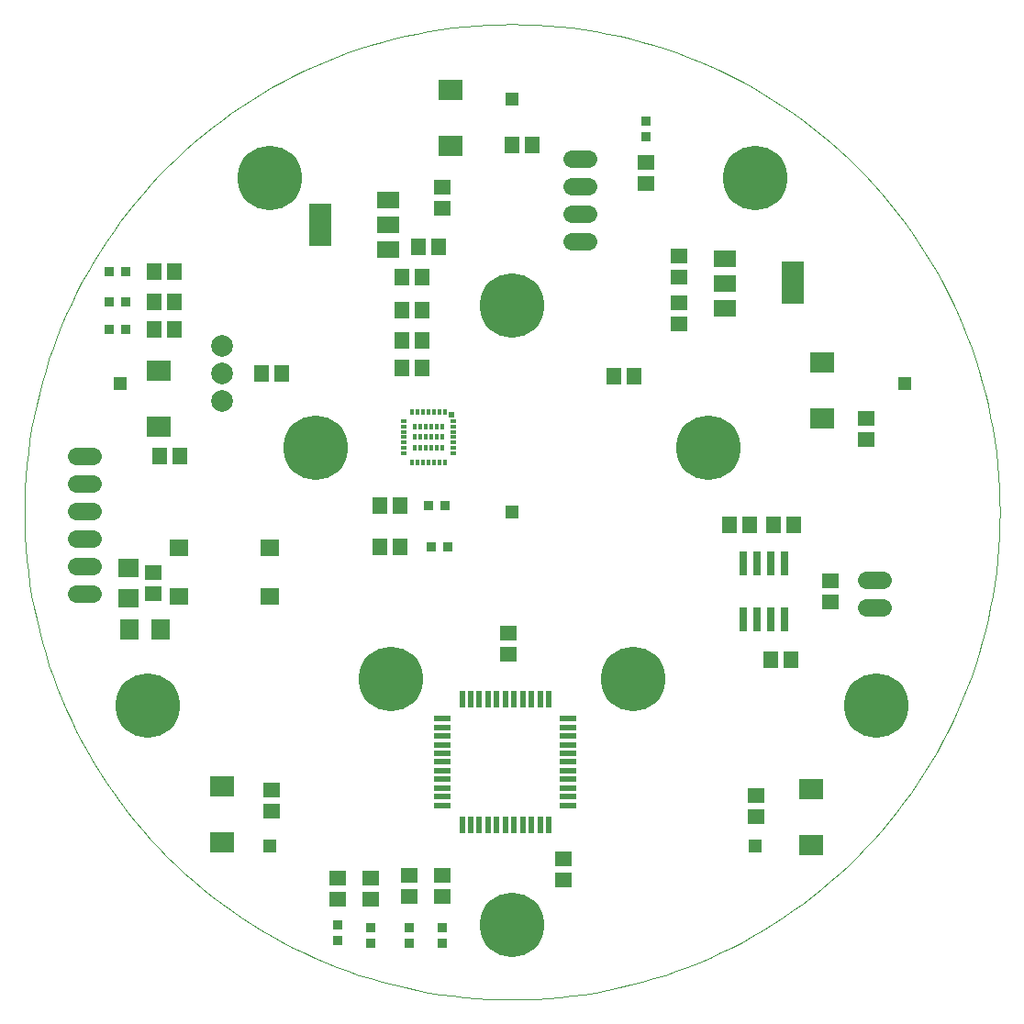
<source format=gts>
G75*
%MOIN*%
%OFA0B0*%
%FSLAX25Y25*%
%IPPOS*%
%LPD*%
%AMOC8*
5,1,8,0,0,1.08239X$1,22.5*
%
%ADD10C,0.00039*%
%ADD11R,0.09061X0.07487*%
%ADD12R,0.04534X0.04534*%
%ADD13R,0.08300X0.06300*%
%ADD14R,0.08300X0.15400*%
%ADD15R,0.06306X0.05518*%
%ADD16R,0.05518X0.06306*%
%ADD17R,0.02369X0.06306*%
%ADD18R,0.06306X0.02369*%
%ADD19R,0.03550X0.03550*%
%ADD20C,0.06400*%
%ADD21R,0.06699X0.07498*%
%ADD22R,0.07498X0.06699*%
%ADD23R,0.06700X0.05912*%
%ADD24R,0.01181X0.02362*%
%ADD25R,0.02362X0.01181*%
%ADD26R,0.01969X0.01969*%
%ADD27C,0.07900*%
%ADD28C,0.23400*%
%ADD29R,0.02762X0.09061*%
D10*
X0300276Y0192366D02*
X0300329Y0196714D01*
X0300489Y0201059D01*
X0300756Y0205399D01*
X0301129Y0209731D01*
X0301608Y0214053D01*
X0302194Y0218362D01*
X0302884Y0222654D01*
X0303680Y0226929D01*
X0304581Y0231183D01*
X0305585Y0235414D01*
X0306694Y0239618D01*
X0307905Y0243794D01*
X0309218Y0247939D01*
X0310632Y0252051D01*
X0312147Y0256127D01*
X0313762Y0260164D01*
X0315475Y0264161D01*
X0317286Y0268114D01*
X0319193Y0272021D01*
X0321195Y0275881D01*
X0323292Y0279690D01*
X0325482Y0283447D01*
X0327763Y0287149D01*
X0330134Y0290794D01*
X0332594Y0294379D01*
X0335141Y0297903D01*
X0337774Y0301364D01*
X0340491Y0304758D01*
X0343290Y0308085D01*
X0346170Y0311343D01*
X0349130Y0314528D01*
X0352166Y0317641D01*
X0355279Y0320677D01*
X0358464Y0323637D01*
X0361722Y0326517D01*
X0365049Y0329316D01*
X0368443Y0332033D01*
X0371904Y0334666D01*
X0375428Y0337213D01*
X0379013Y0339673D01*
X0382658Y0342044D01*
X0386360Y0344325D01*
X0390117Y0346515D01*
X0393926Y0348612D01*
X0397786Y0350614D01*
X0401693Y0352521D01*
X0405646Y0354332D01*
X0409643Y0356045D01*
X0413680Y0357660D01*
X0417756Y0359175D01*
X0421868Y0360589D01*
X0426013Y0361902D01*
X0430189Y0363113D01*
X0434393Y0364222D01*
X0438624Y0365226D01*
X0442878Y0366127D01*
X0447153Y0366923D01*
X0451445Y0367613D01*
X0455754Y0368199D01*
X0460076Y0368678D01*
X0464408Y0369051D01*
X0468748Y0369318D01*
X0473093Y0369478D01*
X0477441Y0369531D01*
X0481789Y0369478D01*
X0486134Y0369318D01*
X0490474Y0369051D01*
X0494806Y0368678D01*
X0499128Y0368199D01*
X0503437Y0367613D01*
X0507729Y0366923D01*
X0512004Y0366127D01*
X0516258Y0365226D01*
X0520489Y0364222D01*
X0524693Y0363113D01*
X0528869Y0361902D01*
X0533014Y0360589D01*
X0537126Y0359175D01*
X0541202Y0357660D01*
X0545239Y0356045D01*
X0549236Y0354332D01*
X0553189Y0352521D01*
X0557096Y0350614D01*
X0560956Y0348612D01*
X0564765Y0346515D01*
X0568522Y0344325D01*
X0572224Y0342044D01*
X0575869Y0339673D01*
X0579454Y0337213D01*
X0582978Y0334666D01*
X0586439Y0332033D01*
X0589833Y0329316D01*
X0593160Y0326517D01*
X0596418Y0323637D01*
X0599603Y0320677D01*
X0602716Y0317641D01*
X0605752Y0314528D01*
X0608712Y0311343D01*
X0611592Y0308085D01*
X0614391Y0304758D01*
X0617108Y0301364D01*
X0619741Y0297903D01*
X0622288Y0294379D01*
X0624748Y0290794D01*
X0627119Y0287149D01*
X0629400Y0283447D01*
X0631590Y0279690D01*
X0633687Y0275881D01*
X0635689Y0272021D01*
X0637596Y0268114D01*
X0639407Y0264161D01*
X0641120Y0260164D01*
X0642735Y0256127D01*
X0644250Y0252051D01*
X0645664Y0247939D01*
X0646977Y0243794D01*
X0648188Y0239618D01*
X0649297Y0235414D01*
X0650301Y0231183D01*
X0651202Y0226929D01*
X0651998Y0222654D01*
X0652688Y0218362D01*
X0653274Y0214053D01*
X0653753Y0209731D01*
X0654126Y0205399D01*
X0654393Y0201059D01*
X0654553Y0196714D01*
X0654606Y0192366D01*
X0654553Y0188018D01*
X0654393Y0183673D01*
X0654126Y0179333D01*
X0653753Y0175001D01*
X0653274Y0170679D01*
X0652688Y0166370D01*
X0651998Y0162078D01*
X0651202Y0157803D01*
X0650301Y0153549D01*
X0649297Y0149318D01*
X0648188Y0145114D01*
X0646977Y0140938D01*
X0645664Y0136793D01*
X0644250Y0132681D01*
X0642735Y0128605D01*
X0641120Y0124568D01*
X0639407Y0120571D01*
X0637596Y0116618D01*
X0635689Y0112711D01*
X0633687Y0108851D01*
X0631590Y0105042D01*
X0629400Y0101285D01*
X0627119Y0097583D01*
X0624748Y0093938D01*
X0622288Y0090353D01*
X0619741Y0086829D01*
X0617108Y0083368D01*
X0614391Y0079974D01*
X0611592Y0076647D01*
X0608712Y0073389D01*
X0605752Y0070204D01*
X0602716Y0067091D01*
X0599603Y0064055D01*
X0596418Y0061095D01*
X0593160Y0058215D01*
X0589833Y0055416D01*
X0586439Y0052699D01*
X0582978Y0050066D01*
X0579454Y0047519D01*
X0575869Y0045059D01*
X0572224Y0042688D01*
X0568522Y0040407D01*
X0564765Y0038217D01*
X0560956Y0036120D01*
X0557096Y0034118D01*
X0553189Y0032211D01*
X0549236Y0030400D01*
X0545239Y0028687D01*
X0541202Y0027072D01*
X0537126Y0025557D01*
X0533014Y0024143D01*
X0528869Y0022830D01*
X0524693Y0021619D01*
X0520489Y0020510D01*
X0516258Y0019506D01*
X0512004Y0018605D01*
X0507729Y0017809D01*
X0503437Y0017119D01*
X0499128Y0016533D01*
X0494806Y0016054D01*
X0490474Y0015681D01*
X0486134Y0015414D01*
X0481789Y0015254D01*
X0477441Y0015201D01*
X0473093Y0015254D01*
X0468748Y0015414D01*
X0464408Y0015681D01*
X0460076Y0016054D01*
X0455754Y0016533D01*
X0451445Y0017119D01*
X0447153Y0017809D01*
X0442878Y0018605D01*
X0438624Y0019506D01*
X0434393Y0020510D01*
X0430189Y0021619D01*
X0426013Y0022830D01*
X0421868Y0024143D01*
X0417756Y0025557D01*
X0413680Y0027072D01*
X0409643Y0028687D01*
X0405646Y0030400D01*
X0401693Y0032211D01*
X0397786Y0034118D01*
X0393926Y0036120D01*
X0390117Y0038217D01*
X0386360Y0040407D01*
X0382658Y0042688D01*
X0379013Y0045059D01*
X0375428Y0047519D01*
X0371904Y0050066D01*
X0368443Y0052699D01*
X0365049Y0055416D01*
X0361722Y0058215D01*
X0358464Y0061095D01*
X0355279Y0064055D01*
X0352166Y0067091D01*
X0349130Y0070204D01*
X0346170Y0073389D01*
X0343290Y0076647D01*
X0340491Y0079974D01*
X0337774Y0083368D01*
X0335141Y0086829D01*
X0332594Y0090353D01*
X0330134Y0093938D01*
X0327763Y0097583D01*
X0325482Y0101285D01*
X0323292Y0105042D01*
X0321195Y0108851D01*
X0319193Y0112711D01*
X0317286Y0116618D01*
X0315475Y0120571D01*
X0313762Y0124568D01*
X0312147Y0128605D01*
X0310632Y0132681D01*
X0309218Y0136793D01*
X0307905Y0140938D01*
X0306694Y0145114D01*
X0305585Y0149318D01*
X0304581Y0153549D01*
X0303680Y0157803D01*
X0302884Y0162078D01*
X0302194Y0166370D01*
X0301608Y0170679D01*
X0301129Y0175001D01*
X0300756Y0179333D01*
X0300489Y0183673D01*
X0300329Y0188018D01*
X0300276Y0192366D01*
D11*
X0349000Y0223461D03*
X0349000Y0243539D03*
X0455000Y0325461D03*
X0455000Y0345539D03*
X0590000Y0246539D03*
X0590000Y0226461D03*
X0586000Y0091539D03*
X0586000Y0071461D03*
X0372000Y0072461D03*
X0372000Y0092539D03*
D12*
X0389252Y0071106D03*
X0477441Y0192366D03*
X0565630Y0071106D03*
X0619961Y0238823D03*
X0477441Y0342366D03*
X0334921Y0238823D03*
D13*
X0432400Y0287600D03*
X0432400Y0296600D03*
X0432400Y0305600D03*
X0554600Y0284400D03*
X0554600Y0275400D03*
X0554600Y0266400D03*
D14*
X0579400Y0275500D03*
X0407600Y0296500D03*
D15*
X0452000Y0302760D03*
X0452000Y0310240D03*
X0526000Y0311760D03*
X0526000Y0319240D03*
X0538000Y0285240D03*
X0538000Y0277760D03*
X0538000Y0268240D03*
X0538000Y0260760D03*
X0606000Y0226240D03*
X0606000Y0218760D03*
X0593000Y0167240D03*
X0593000Y0159760D03*
X0566000Y0089240D03*
X0566000Y0081760D03*
X0496000Y0066240D03*
X0496000Y0058760D03*
X0452000Y0060240D03*
X0452000Y0052760D03*
X0440000Y0052760D03*
X0440000Y0060240D03*
X0426000Y0059240D03*
X0426000Y0051760D03*
X0414000Y0051760D03*
X0414000Y0059240D03*
X0390000Y0083760D03*
X0390000Y0091240D03*
X0347000Y0162760D03*
X0347000Y0170240D03*
X0476000Y0148240D03*
X0476000Y0140760D03*
D16*
X0436740Y0179500D03*
X0429260Y0179500D03*
X0429260Y0194500D03*
X0436740Y0194500D03*
X0393740Y0242500D03*
X0386260Y0242500D03*
X0354740Y0258500D03*
X0347260Y0258500D03*
X0347260Y0268500D03*
X0354740Y0268500D03*
X0354740Y0279500D03*
X0347260Y0279500D03*
X0349260Y0212500D03*
X0356740Y0212500D03*
X0437260Y0244500D03*
X0444740Y0244500D03*
X0444740Y0254500D03*
X0437260Y0254500D03*
X0437260Y0265500D03*
X0444740Y0265500D03*
X0444740Y0277500D03*
X0437260Y0277500D03*
X0443260Y0288500D03*
X0450740Y0288500D03*
X0477260Y0325500D03*
X0484740Y0325500D03*
X0514260Y0241500D03*
X0521740Y0241500D03*
X0556260Y0187500D03*
X0563740Y0187500D03*
X0572260Y0187500D03*
X0579740Y0187500D03*
X0578740Y0138500D03*
X0571260Y0138500D03*
D17*
X0490748Y0124335D03*
X0487598Y0124335D03*
X0484449Y0124335D03*
X0481299Y0124335D03*
X0478150Y0124335D03*
X0475000Y0124335D03*
X0471850Y0124335D03*
X0468701Y0124335D03*
X0465551Y0124335D03*
X0462402Y0124335D03*
X0459252Y0124335D03*
X0459252Y0078665D03*
X0462402Y0078665D03*
X0465551Y0078665D03*
X0468701Y0078665D03*
X0471850Y0078665D03*
X0475000Y0078665D03*
X0478150Y0078665D03*
X0481299Y0078665D03*
X0484449Y0078665D03*
X0487598Y0078665D03*
X0490748Y0078665D03*
D18*
X0497835Y0085752D03*
X0497835Y0088902D03*
X0497835Y0092051D03*
X0497835Y0095201D03*
X0497835Y0098350D03*
X0497835Y0101500D03*
X0497835Y0104650D03*
X0497835Y0107799D03*
X0497835Y0110949D03*
X0497835Y0114098D03*
X0497835Y0117248D03*
X0452165Y0117248D03*
X0452165Y0114098D03*
X0452165Y0110949D03*
X0452165Y0107799D03*
X0452165Y0104650D03*
X0452165Y0101500D03*
X0452165Y0098350D03*
X0452165Y0095201D03*
X0452165Y0092051D03*
X0452165Y0088902D03*
X0452165Y0085752D03*
D19*
X0452000Y0041453D03*
X0452000Y0035547D03*
X0440000Y0035547D03*
X0440000Y0041453D03*
X0426000Y0041453D03*
X0426000Y0035547D03*
X0414000Y0036547D03*
X0414000Y0042453D03*
X0448047Y0179500D03*
X0453953Y0179500D03*
X0452953Y0194500D03*
X0447047Y0194500D03*
X0336953Y0258500D03*
X0331047Y0258500D03*
X0331047Y0268500D03*
X0336953Y0268500D03*
X0336953Y0279500D03*
X0331047Y0279500D03*
X0526000Y0328547D03*
X0526000Y0334453D03*
D20*
X0325000Y0162500D02*
X0319000Y0162500D01*
X0319000Y0172500D02*
X0325000Y0172500D01*
X0325000Y0182500D02*
X0319000Y0182500D01*
X0319000Y0192500D02*
X0325000Y0192500D01*
X0325000Y0202500D02*
X0319000Y0202500D01*
X0319000Y0212500D02*
X0325000Y0212500D01*
X0499000Y0290500D02*
X0505000Y0290500D01*
X0505000Y0300500D02*
X0499000Y0300500D01*
X0499000Y0310500D02*
X0505000Y0310500D01*
X0505000Y0320500D02*
X0499000Y0320500D01*
X0606000Y0167500D02*
X0612000Y0167500D01*
X0612000Y0157500D02*
X0606000Y0157500D01*
D21*
X0349598Y0149500D03*
X0338402Y0149500D03*
D22*
X0338000Y0160902D03*
X0338000Y0172098D03*
D23*
X0356465Y0179358D03*
X0356465Y0161642D03*
X0389535Y0161642D03*
X0389535Y0179358D03*
D24*
X0441094Y0210445D03*
X0443063Y0210445D03*
X0445031Y0210445D03*
X0447000Y0210445D03*
X0448969Y0210445D03*
X0450937Y0210445D03*
X0452906Y0210445D03*
X0451921Y0215563D03*
X0449953Y0215563D03*
X0447984Y0215563D03*
X0446016Y0215563D03*
X0444047Y0215563D03*
X0442079Y0215563D03*
X0442079Y0219500D03*
X0444047Y0219500D03*
X0446016Y0219500D03*
X0447984Y0219500D03*
X0449953Y0219500D03*
X0451921Y0219500D03*
X0451921Y0223437D03*
X0449953Y0223437D03*
X0447984Y0223437D03*
X0446016Y0223437D03*
X0444047Y0223437D03*
X0442079Y0223437D03*
X0443063Y0228555D03*
X0445031Y0228555D03*
X0447000Y0228555D03*
X0448969Y0228555D03*
X0450937Y0228555D03*
X0452906Y0228555D03*
X0441094Y0228555D03*
D25*
X0437945Y0225406D03*
X0437945Y0223437D03*
X0437945Y0221469D03*
X0437945Y0219500D03*
X0437945Y0217531D03*
X0437945Y0215563D03*
X0437945Y0213594D03*
X0456055Y0213594D03*
X0456055Y0215563D03*
X0456055Y0217531D03*
X0456055Y0219500D03*
X0456055Y0221469D03*
X0456055Y0223437D03*
X0456055Y0225406D03*
D26*
X0455278Y0227778D03*
D27*
X0372000Y0232500D03*
X0372000Y0242500D03*
X0372000Y0252500D03*
D28*
X0406102Y0215555D03*
X0477441Y0267366D03*
X0548780Y0215555D03*
X0521535Y0131697D03*
X0433346Y0131697D03*
X0345000Y0121933D03*
X0477441Y0042366D03*
X0609882Y0121933D03*
X0565591Y0313705D03*
X0389291Y0313705D03*
D29*
X0561500Y0173736D03*
X0566500Y0173736D03*
X0571500Y0173736D03*
X0576500Y0173736D03*
X0576500Y0153264D03*
X0571500Y0153264D03*
X0566500Y0153264D03*
X0561500Y0153264D03*
M02*

</source>
